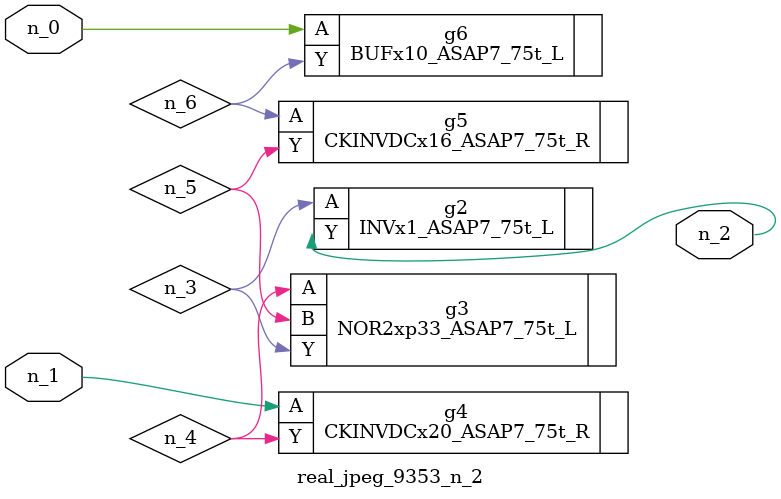
<source format=v>
module real_jpeg_9353_n_2 (n_1, n_0, n_2);

input n_1;
input n_0;

output n_2;

wire n_5;
wire n_4;
wire n_6;
wire n_3;

BUFx10_ASAP7_75t_L g6 ( 
.A(n_0),
.Y(n_6)
);

CKINVDCx20_ASAP7_75t_R g4 ( 
.A(n_1),
.Y(n_4)
);

INVx1_ASAP7_75t_L g2 ( 
.A(n_3),
.Y(n_2)
);

NOR2xp33_ASAP7_75t_L g3 ( 
.A(n_4),
.B(n_5),
.Y(n_3)
);

CKINVDCx16_ASAP7_75t_R g5 ( 
.A(n_6),
.Y(n_5)
);


endmodule
</source>
